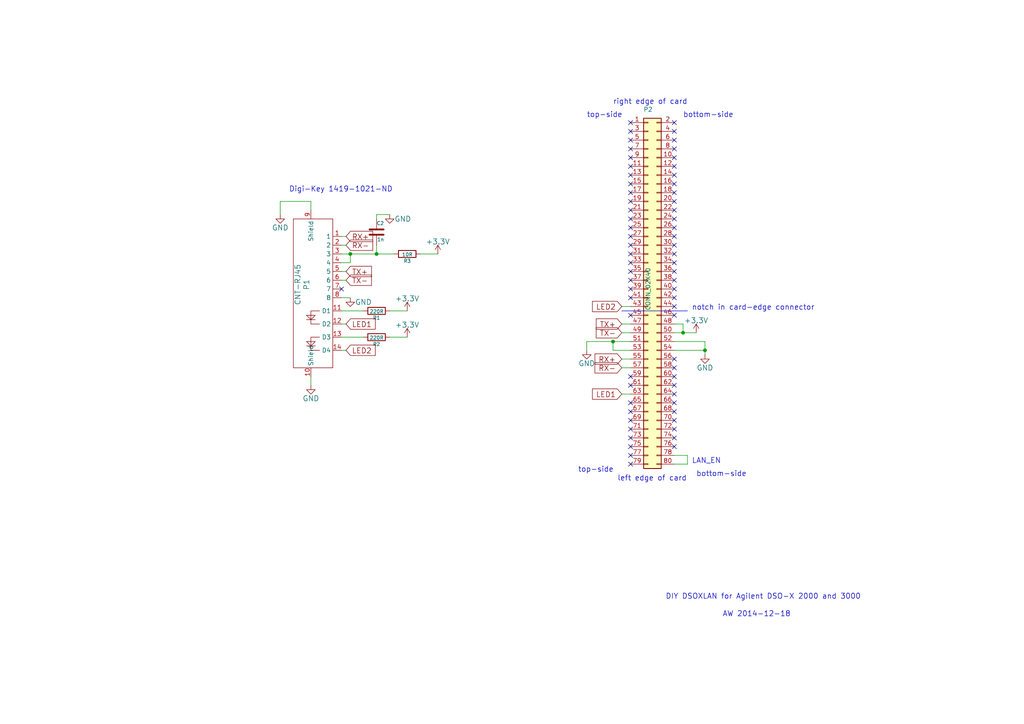
<source format=kicad_sch>
(kicad_sch (version 20230121) (generator eeschema)
  (paper "A4")
  (lib_symbols
    (symbol "Connector_Generic:Conn_02x40_Odd_Even" (pin_names (offset 1.016) hide)
      (property "Reference" "J" (at 1.27 50.8 0))
      (property "Value" "Conn_02x40_Odd_Even" (at 1.27 -53.34 0))
      (symbol "Conn_02x40_Odd_Even_1_1"
        (rectangle (start -1.27 -50.673) (end 0 -50.927) (stroke (width 0.1524)))
        (rectangle (start -1.27 -48.133) (end 0 -48.387) (stroke (width 0.1524)))
        (rectangle (start -1.27 -45.593) (end 0 -45.847) (stroke (width 0.1524)))
        (rectangle (start -1.27 -43.053) (end 0 -43.307) (stroke (width 0.1524)))
        (rectangle (start -1.27 -40.513) (end 0 -40.767) (stroke (width 0.1524)))
        (rectangle (start -1.27 -37.973) (end 0 -38.227) (stroke (width 0.1524)))
        (rectangle (start -1.27 -35.433) (end 0 -35.687) (stroke (width 0.1524)))
        (rectangle (start -1.27 -32.893) (end 0 -33.147) (stroke (width 0.1524)))
        (rectangle (start -1.27 -30.353) (end 0 -30.607) (stroke (width 0.1524)))
        (rectangle (start -1.27 -27.813) (end 0 -28.067) (stroke (width 0.1524)))
        (rectangle (start -1.27 -25.273) (end 0 -25.527) (stroke (width 0.1524)))
        (rectangle (start -1.27 -22.733) (end 0 -22.987) (stroke (width 0.1524)))
        (rectangle (start -1.27 -20.193) (end 0 -20.447) (stroke (width 0.1524)))
        (rectangle (start -1.27 -17.653) (end 0 -17.907) (stroke (width 0.1524)))
        (rectangle (start -1.27 -15.113) (end 0 -15.367) (stroke (width 0.1524)))
        (rectangle (start -1.27 -12.573) (end 0 -12.827) (stroke (width 0.1524)))
        (rectangle (start -1.27 -10.033) (end 0 -10.287) (stroke (width 0.1524)))
        (rectangle (start -1.27 -7.493) (end 0 -7.747) (stroke (width 0.1524)))
        (rectangle (start -1.27 -4.953) (end 0 -5.207) (stroke (width 0.1524)))
        (rectangle (start -1.27 -2.413) (end 0 -2.667) (stroke (width 0.1524)))
        (rectangle (start -1.27 0.127) (end 0 -0.127) (stroke (width 0.1524)))
        (rectangle (start -1.27 2.667) (end 0 2.413) (stroke (width 0.1524)))
        (rectangle (start -1.27 5.207) (end 0 4.953) (stroke (width 0.1524)))
        (rectangle (start -1.27 7.747) (end 0 7.493) (stroke (width 0.1524)))
        (rectangle (start -1.27 10.287) (end 0 10.033) (stroke (width 0.1524)))
        (rectangle (start -1.27 12.827) (end 0 12.573) (stroke (width 0.1524)))
        (rectangle (start -1.27 15.367) (end 0 15.113) (stroke (width 0.1524)))
        (rectangle (start -1.27 17.907) (end 0 17.653) (stroke (width 0.1524)))
        (rectangle (start -1.27 20.447) (end 0 20.193) (stroke (width 0.1524)))
        (rectangle (start -1.27 22.987) (end 0 22.733) (stroke (width 0.1524)))
        (rectangle (start -1.27 25.527) (end 0 25.273) (stroke (width 0.1524)))
        (rectangle (start -1.27 28.067) (end 0 27.813) (stroke (width 0.1524)))
        (rectangle (start -1.27 30.607) (end 0 30.353) (stroke (width 0.1524)))
        (rectangle (start -1.27 33.147) (end 0 32.893) (stroke (width 0.1524)))
        (rectangle (start -1.27 35.687) (end 0 35.433) (stroke (width 0.1524)))
        (rectangle (start -1.27 38.227) (end 0 37.973) (stroke (width 0.1524)))
        (rectangle (start -1.27 40.767) (end 0 40.513) (stroke (width 0.1524)))
        (rectangle (start -1.27 43.307) (end 0 43.053) (stroke (width 0.1524)))
        (rectangle (start -1.27 45.847) (end 0 45.593) (stroke (width 0.1524)))
        (rectangle (start -1.27 48.387) (end 0 48.133) (stroke (width 0.1524)))
        (rectangle (start -1.27 49.53) (end 3.81 -52.07) (stroke (width 0.254)) (fill (type background)))
        (rectangle (start 3.81 -50.673) (end 2.54 -50.927) (stroke (width 0.1524)))
        (rectangle (start 3.81 -48.133) (end 2.54 -48.387) (stroke (width 0.1524)))
        (rectangle (start 3.81 -45.593) (end 2.54 -45.847) (stroke (width 0.1524)))
        (rectangle (start 3.81 -43.053) (end 2.54 -43.307) (stroke (width 0.1524)))
        (rectangle (start 3.81 -40.513) (end 2.54 -40.767) (stroke (width 0.1524)))
        (rectangle (start 3.81 -37.973) (end 2.54 -38.227) (stroke (width 0.1524)))
        (rectangle (start 3.81 -35.433) (end 2.54 -35.687) (stroke (width 0.1524)))
        (rectangle (start 3.81 -32.893) (end 2.54 -33.147) (stroke (width 0.1524)))
        (rectangle (start 3.81 -30.353) (end 2.54 -30.607) (stroke (width 0.1524)))
        (rectangle (start 3.81 -27.813) (end 2.54 -28.067) (stroke (width 0.1524)))
        (rectangle (start 3.81 -25.273) (end 2.54 -25.527) (stroke (width 0.1524)))
        (rectangle (start 3.81 -22.733) (end 2.54 -22.987) (stroke (width 0.1524)))
        (rectangle (start 3.81 -20.193) (end 2.54 -20.447) (stroke (width 0.1524)))
        (rectangle (start 3.81 -17.653) (end 2.54 -17.907) (stroke (width 0.1524)))
        (rectangle (start 3.81 -15.113) (end 2.54 -15.367) (stroke (width 0.1524)))
        (rectangle (start 3.81 -12.573) (end 2.54 -12.827) (stroke (width 0.1524)))
        (rectangle (start 3.81 -10.033) (end 2.54 -10.287) (stroke (width 0.1524)))
        (rectangle (start 3.81 -7.493) (end 2.54 -7.747) (stroke (width 0.1524)))
        (rectangle (start 3.81 -4.953) (end 2.54 -5.207) (stroke (width 0.1524)))
        (rectangle (start 3.81 -2.413) (end 2.54 -2.667) (stroke (width 0.1524)))
        (rectangle (start 3.81 0.127) (end 2.54 -0.127) (stroke (width 0.1524)))
        (rectangle (start 3.81 2.667) (end 2.54 2.413) (stroke (width 0.1524)))
        (rectangle (start 3.81 5.207) (end 2.54 4.953) (stroke (width 0.1524)))
        (rectangle (start 3.81 7.747) (end 2.54 7.493) (stroke (width 0.1524)))
        (rectangle (start 3.81 10.287) (end 2.54 10.033) (stroke (width 0.1524)))
        (rectangle (start 3.81 12.827) (end 2.54 12.573) (stroke (width 0.1524)))
        (rectangle (start 3.81 15.367) (end 2.54 15.113) (stroke (width 0.1524)))
        (rectangle (start 3.81 17.907) (end 2.54 17.653) (stroke (width 0.1524)))
        (rectangle (start 3.81 20.447) (end 2.54 20.193) (stroke (width 0.1524)))
        (rectangle (start 3.81 22.987) (end 2.54 22.733) (stroke (width 0.1524)))
        (rectangle (start 3.81 25.527) (end 2.54 25.273) (stroke (width 0.1524)))
        (rectangle (start 3.81 28.067) (end 2.54 27.813) (stroke (width 0.1524)))
        (rectangle (start 3.81 30.607) (end 2.54 30.353) (stroke (width 0.1524)))
        (rectangle (start 3.81 33.147) (end 2.54 32.893) (stroke (width 0.1524)))
        (rectangle (start 3.81 35.687) (end 2.54 35.433) (stroke (width 0.1524)))
        (rectangle (start 3.81 38.227) (end 2.54 37.973) (stroke (width 0.1524)))
        (rectangle (start 3.81 40.767) (end 2.54 40.513) (stroke (width 0.1524)))
        (rectangle (start 3.81 43.307) (end 2.54 43.053) (stroke (width 0.1524)))
        (rectangle (start 3.81 45.847) (end 2.54 45.593) (stroke (width 0.1524)))
        (rectangle (start 3.81 48.387) (end 2.54 48.133) (stroke (width 0.1524)))
        (pin passive line (at -5.08 48.26 0) (length 3.81) (name "Pin_1") (number "1"))
        (pin passive line (at 7.62 38.1 180) (length 3.81) (name "Pin_10") (number "10"))
        (pin passive line (at -5.08 35.56 0) (length 3.81) (name "Pin_11") (number "11"))
        (pin passive line (at 7.62 35.56 180) (length 3.81) (name "Pin_12") (number "12"))
        (pin passive line (at -5.08 33.02 0) (length 3.81) (name "Pin_13") (number "13"))
        (pin passive line (at 7.62 33.02 180) (length 3.81) (name "Pin_14") (number "14"))
        (pin passive line (at -5.08 30.48 0) (length 3.81) (name "Pin_15") (number "15"))
        (pin passive line (at 7.62 30.48 180) (length 3.81) (name "Pin_16") (number "16"))
        (pin passive line (at -5.08 27.94 0) (length 3.81) (name "Pin_17") (number "17"))
        (pin passive line (at 7.62 27.94 180) (length 3.81) (name "Pin_18") (number "18"))
        (pin passive line (at -5.08 25.4 0) (length 3.81) (name "Pin_19") (number "19"))
        (pin passive line (at 7.62 48.26 180) (length 3.81) (name "Pin_2") (number "2"))
        (pin passive line (at 7.62 25.4 180) (length 3.81) (name "Pin_20") (number "20"))
        (pin passive line (at -5.08 22.86 0) (length 3.81) (name "Pin_21") (number "21"))
        (pin passive line (at 7.62 22.86 180) (length 3.81) (name "Pin_22") (number "22"))
        (pin passive line (at -5.08 20.32 0) (length 3.81) (name "Pin_23") (number "23"))
        (pin passive line (at 7.62 20.32 180) (length 3.81) (name "Pin_24") (number "24"))
        (pin passive line (at -5.08 17.78 0) (length 3.81) (name "Pin_25") (number "25"))
        (pin passive line (at 7.62 17.78 180) (length 3.81) (name "Pin_26") (number "26"))
        (pin passive line (at -5.08 15.24 0) (length 3.81) (name "Pin_27") (number "27"))
        (pin passive line (at 7.62 15.24 180) (length 3.81) (name "Pin_28") (number "28"))
        (pin passive line (at -5.08 12.7 0) (length 3.81) (name "Pin_29") (number "29"))
        (pin passive line (at -5.08 45.72 0) (length 3.81) (name "Pin_3") (number "3"))
        (pin passive line (at 7.62 12.7 180) (length 3.81) (name "Pin_30") (number "30"))
        (pin passive line (at -5.08 10.16 0) (length 3.81) (name "Pin_31") (number "31"))
        (pin passive line (at 7.62 10.16 180) (length 3.81) (name "Pin_32") (number "32"))
        (pin passive line (at -5.08 7.62 0) (length 3.81) (name "Pin_33") (number "33"))
        (pin passive line (at 7.62 7.62 180) (length 3.81) (name "Pin_34") (number "34"))
        (pin passive line (at -5.08 5.08 0) (length 3.81) (name "Pin_35") (number "35"))
        (pin passive line (at 7.62 5.08 180) (length 3.81) (name "Pin_36") (number "36"))
        (pin passive line (at -5.08 2.54 0) (length 3.81) (name "Pin_37") (number "37"))
        (pin passive line (at 7.62 2.54 180) (length 3.81) (name "Pin_38") (number "38"))
        (pin passive line (at -5.08 0 0) (length 3.81) (name "Pin_39") (number "39"))
        (pin passive line (at 7.62 45.72 180) (length 3.81) (name "Pin_4") (number "4"))
        (pin passive line (at 7.62 0 180) (length 3.81) (name "Pin_40") (number "40"))
        (pin passive line (at -5.08 -2.54 0) (length 3.81) (name "Pin_41") (number "41"))
        (pin passive line (at 7.62 -2.54 180) (length 3.81) (name "Pin_42") (number "42"))
        (pin passive line (at -5.08 -5.08 0) (length 3.81) (name "Pin_43") (number "43"))
        (pin passive line (at 7.62 -5.08 180) (length 3.81) (name "Pin_44") (number "44"))
        (pin passive line (at -5.08 -7.62 0) (length 3.81) (name "Pin_45") (number "45"))
        (pin passive line (at 7.62 -7.62 180) (length 3.81) (name "Pin_46") (number "46"))
        (pin passive line (at -5.08 -10.16 0) (length 3.81) (name "Pin_47") (number "47"))
        (pin passive line (at 7.62 -10.16 180) (length 3.81) (name "Pin_48") (number "48"))
        (pin passive line (at -5.08 -12.7 0) (length 3.81) (name "Pin_49") (number "49"))
        (pin passive line (at -5.08 43.18 0) (length 3.81) (name "Pin_5") (number "5"))
        (pin passive line (at 7.62 -12.7 180) (length 3.81) (name "Pin_50") (number "50"))
        (pin passive line (at -5.08 -15.24 0) (length 3.81) (name "Pin_51") (number "51"))
        (pin passive line (at 7.62 -15.24 180) (length 3.81) (name "Pin_52") (number "52"))
        (pin passive line (at -5.08 -17.78 0) (length 3.81) (name "Pin_53") (number "53"))
        (pin passive line (at 7.62 -17.78 180) (length 3.81) (name "Pin_54") (number "54"))
        (pin passive line (at -5.08 -20.32 0) (length 3.81) (name "Pin_55") (number "55"))
        (pin passive line (at 7.62 -20.32 180) (length 3.81) (name "Pin_56") (number "56"))
        (pin passive line (at -5.08 -22.86 0) (length 3.81) (name "Pin_57") (number "57"))
        (pin passive line (at 7.62 -22.86 180) (length 3.81) (name "Pin_58") (number "58"))
        (pin passive line (at -5.08 -25.4 0) (length 3.81) (name "Pin_59") (number "59"))
        (pin passive line (at 7.62 43.18 180) (length 3.81) (name "Pin_6") (number "6"))
        (pin passive line (at 7.62 -25.4 180) (length 3.81) (name "Pin_60") (number "60"))
        (pin passive line (at -5.08 -27.94 0) (length 3.81) (name "Pin_61") (number "61"))
        (pin passive line (at 7.62 -27.94 180) (length 3.81) (name "Pin_62") (number "62"))
        (pin passive line (at -5.08 -30.48 0) (length 3.81) (name "Pin_63") (number "63"))
        (pin passive line (at 7.62 -30.48 180) (length 3.81) (name "Pin_64") (number "64"))
        (pin passive line (at -5.08 -33.02 0) (length 3.81) (name "Pin_65") (number "65"))
        (pin passive line (at 7.62 -33.02 180) (length 3.81) (name "Pin_66") (number "66"))
        (pin passive line (at -5.08 -35.56 0) (length 3.81) (name "Pin_67") (number "67"))
        (pin passive line (at 7.62 -35.56 180) (length 3.81) (name "Pin_68") (number "68"))
        (pin passive line (at -5.08 -38.1 0) (length 3.81) (name "Pin_69") (number "69"))
        (pin passive line (at -5.08 40.64 0) (length 3.81) (name "Pin_7") (number "7"))
        (pin passive line (at 7.62 -38.1 180) (length 3.81) (name "Pin_70") (number "70"))
        (pin passive line (at -5.08 -40.64 0) (length 3.81) (name "Pin_71") (number "71"))
        (pin passive line (at 7.62 -40.64 180) (length 3.81) (name "Pin_72") (number "72"))
        (pin passive line (at -5.08 -43.18 0) (length 3.81) (name "Pin_73") (number "73"))
        (pin passive line (at 7.62 -43.18 180) (length 3.81) (name "Pin_74") (number "74"))
        (pin passive line (at -5.08 -45.72 0) (length 3.81) (name "Pin_75") (number "75"))
        (pin passive line (at 7.62 -45.72 180) (length 3.81) (name "Pin_76") (number "76"))
        (pin passive line (at -5.08 -48.26 0) (length 3.81) (name "Pin_77") (number "77"))
        (pin passive line (at 7.62 -48.26 180) (length 3.81) (name "Pin_78") (number "78"))
        (pin passive line (at -5.08 -50.8 0) (length 3.81) (name "Pin_79") (number "79"))
        (pin passive line (at 7.62 40.64 180) (length 3.81) (name "Pin_8") (number "8"))
        (pin passive line (at 7.62 -50.8 180) (length 3.81) (name "Pin_80") (number "80"))
        (pin passive line (at -5.08 38.1 0) (length 3.81) (name "Pin_9") (number "9"))
      )
    )
    (symbol "Device:C" (pin_numbers hide) (pin_names (offset 0.254))
      (property "Reference" "C" (at 0.635 2.54 0))
      (property "Value" "C" (at 0.635 -2.54 0))
      (symbol "C_0_1"
        (polyline (pts (xy -2.032 -0.762) (xy 2.032 -0.762)) (stroke (width 0.508)))
        (polyline (pts (xy -2.032 0.762) (xy 2.032 0.762)) (stroke (width 0.508)))
      )
      (symbol "C_1_1"
        (pin passive line (at 0 3.81 270) (length 2.794) (name "~") (number "1"))
        (pin passive line (at 0 -3.81 90) (length 2.794) (name "~") (number "2"))
      )
    )
    (symbol "Device:R" (pin_numbers hide) (pin_names (offset 0))
      (property "Reference" "R" (at 2.032 0 90))
      (property "Value" "R" (at 0 0 90))
      (symbol "R_0_1"
        (rectangle (start -1.016 -2.54) (end 1.016 2.54) (stroke (width 0.254)))
      )
      (symbol "R_1_1"
        (pin passive line (at 0 3.81 270) (length 1.27) (name "~") (number "1"))
        (pin passive line (at 0 -3.81 90) (length 1.27) (name "~") (number "2"))
      )
    )
    (symbol "dsoxlan:CNT-RJ45"
      (property "Reference" "P?" (at 3.81 21.59 0))
      (symbol "CNT-RJ45_0_1"
        (rectangle (start -5.08 20.32) (end 6.35 -22.86))
        (polyline (pts (xy -1.27 -16.51) (xy 1.27 -16.51)))
        (polyline (pts (xy -1.27 -8.89) (xy 1.27 -8.89)))
        (polyline (pts (xy -1.27 -15.24) (xy 1.27 -15.24) (xy 0 -16.51) (xy -1.27 -15.24)))
        (polyline (pts (xy -1.27 -7.62) (xy 1.27 -7.62) (xy 0 -8.89) (xy -1.27 -7.62)))
        (polyline (pts (xy 2.54 -13.97) (xy 0 -13.97) (xy 0 -17.78) (xy 2.54 -17.78)))
        (polyline (pts (xy 2.54 -6.35) (xy 0 -6.35) (xy 0 -10.16) (xy 2.54 -10.16)))
      )
      (symbol "CNT-RJ45_1_1"
        (pin passive line (at 8.89 15.24 180) (length 2.54) (name "1") (number "1"))
        (pin passive line (at 0 -25.4 90) (length 2.54) (name "Shield") (number "10"))
        (pin passive line (at 8.89 -6.35 180) (length 2.54) (name "D1") (number "11"))
        (pin passive line (at 8.89 -10.16 180) (length 2.54) (name "D2") (number "12"))
        (pin passive line (at 8.89 -13.97 180) (length 2.54) (name "D3") (number "13"))
        (pin passive line (at 8.89 -17.78 180) (length 2.54) (name "D4") (number "14"))
        (pin passive line (at 8.89 12.7 180) (length 2.54) (name "2") (number "2"))
        (pin passive line (at 8.89 10.16 180) (length 2.54) (name "3") (number "3"))
        (pin passive line (at 8.89 7.62 180) (length 2.54) (name "4") (number "4"))
        (pin passive line (at 8.89 5.08 180) (length 2.54) (name "5") (number "5"))
        (pin passive line (at 8.89 2.54 180) (length 2.54) (name "6") (number "6"))
        (pin passive line (at 8.89 0 180) (length 2.54) (name "7") (number "7"))
        (pin passive line (at 8.89 -2.54 180) (length 2.54) (name "8") (number "8"))
        (pin passive line (at 0 22.86 270) (length 2.54) (name "Shield") (number "9"))
      )
    )
    (symbol "power:+3.3V" (power) (pin_names (offset 0))
      (property "Value" "+3.3V" (at 0 3.556 0))
      (symbol "+3.3V_0_1"
        (polyline (pts (xy -0.762 1.27) (xy 0 2.54)))
        (polyline (pts (xy 0 0) (xy 0 2.54)))
        (polyline (pts (xy 0 2.54) (xy 0.762 1.27)))
      )
      (symbol "+3.3V_1_1"
        (pin power_in line (at 0 0 90) (length 0) hide (name "+3.3V") (number "1"))
      )
    )
    (symbol "power:GND" (power) (pin_names (offset 0))
      (property "Value" "GND" (at 0 -3.81 0))
      (symbol "GND_0_1"
        (polyline (pts (xy 0 0) (xy 0 -1.27) (xy 1.27 -1.27) (xy 0 -2.54) (xy -1.27 -1.27) (xy 0 -1.27)))
      )
      (symbol "GND_1_1"
        (pin power_in line (at 0 0 270) (length 0) hide (name "GND") (number "1"))
      )
    )
  )
  (junction (at 204.47 101.6))
  (junction (at 177.8 99.06))
  (junction (at 101.6 73.66))
  (junction (at 109.22 73.66))
  (junction (at 198.12 96.52))
  (no_connect (at 195.58 68.58))
  (no_connect (at 195.58 55.88))
  (no_connect (at 182.88 55.88))
  (no_connect (at 182.88 132.08))
  (no_connect (at 195.58 114.3))
  (no_connect (at 99.06 83.82))
  (no_connect (at 195.58 48.26))
  (no_connect (at 195.58 45.72))
  (no_connect (at 182.88 134.62))
  (no_connect (at 195.58 83.82))
  (no_connect (at 182.88 48.26))
  (no_connect (at 182.88 73.66))
  (no_connect (at 182.88 35.56))
  (no_connect (at 182.88 81.28))
  (no_connect (at 182.88 45.72))
  (no_connect (at 182.88 119.38))
  (no_connect (at 195.58 43.18))
  (no_connect (at 195.58 76.2))
  (no_connect (at 182.88 71.12))
  (no_connect (at 182.88 76.2))
  (no_connect (at 195.58 109.22))
  (no_connect (at 195.58 40.64))
  (no_connect (at 182.88 86.36))
  (no_connect (at 195.58 60.96))
  (no_connect (at 195.58 71.12))
  (no_connect (at 195.58 58.42))
  (no_connect (at 182.88 129.54))
  (no_connect (at 195.58 35.56))
  (no_connect (at 195.58 104.14))
  (no_connect (at 182.88 43.18))
  (no_connect (at 182.88 124.46))
  (no_connect (at 195.58 127))
  (no_connect (at 195.58 106.68))
  (no_connect (at 195.58 124.46))
  (no_connect (at 195.58 91.44))
  (no_connect (at 182.88 116.84))
  (no_connect (at 195.58 81.28))
  (no_connect (at 195.58 86.36))
  (no_connect (at 182.88 58.42))
  (no_connect (at 195.58 121.92))
  (no_connect (at 182.88 63.5))
  (no_connect (at 182.88 60.96))
  (no_connect (at 182.88 109.22))
  (no_connect (at 182.88 66.04))
  (no_connect (at 182.88 121.92))
  (no_connect (at 195.58 66.04))
  (no_connect (at 195.58 116.84))
  (no_connect (at 182.88 40.64))
  (no_connect (at 182.88 111.76))
  (no_connect (at 195.58 129.54))
  (no_connect (at 182.88 50.8))
  (no_connect (at 195.58 50.8))
  (no_connect (at 195.58 63.5))
  (no_connect (at 195.58 38.1))
  (no_connect (at 195.58 88.9))
  (no_connect (at 182.88 91.44))
  (no_connect (at 195.58 78.74))
  (no_connect (at 182.88 127))
  (no_connect (at 195.58 119.38))
  (no_connect (at 182.88 83.82))
  (no_connect (at 182.88 78.74))
  (no_connect (at 182.88 38.1))
  (no_connect (at 195.58 53.34))
  (no_connect (at 182.88 53.34))
  (no_connect (at 195.58 111.76))
  (no_connect (at 195.58 73.66))
  (no_connect (at 182.88 68.58))
  (wire (pts (xy 195.58 99.06) (xy 204.47 99.06)))
  (wire (pts (xy 100.33 93.98) (xy 99.06 93.98)))
  (wire (pts (xy 100.33 81.28) (xy 99.06 81.28)))
  (wire (pts (xy 109.22 62.23) (xy 109.22 63.5)))
  (wire (pts (xy 182.88 96.52) (xy 180.34 96.52)))
  (wire (pts (xy 121.92 73.66) (xy 127 73.66)))
  (wire (pts (xy 199.39 132.08) (xy 199.39 134.62)))
  (wire (pts (xy 109.22 73.66) (xy 114.3 73.66)))
  (wire (pts (xy 180.34 106.68) (xy 182.88 106.68)))
  (wire (pts (xy 182.88 114.3) (xy 180.34 114.3)))
  (wire (pts (xy 170.18 99.06) (xy 177.8 99.06)))
  (wire (pts (xy 99.06 73.66) (xy 101.6 73.66)))
  (wire (pts (xy 195.58 93.98) (xy 198.12 93.98)))
  (wire (pts (xy 195.58 101.6) (xy 204.47 101.6)))
  (wire (pts (xy 90.17 111.76) (xy 90.17 109.22)))
  (wire (pts (xy 201.93 96.52) (xy 198.12 96.52)))
  (wire (pts (xy 81.28 62.23) (xy 81.28 58.42)))
  (wire (pts (xy 204.47 101.6) (xy 204.47 102.87)))
  (wire (pts (xy 204.47 99.06) (xy 204.47 101.6)))
  (wire (pts (xy 101.6 73.66) (xy 101.6 76.2)))
  (wire (pts (xy 198.12 93.98) (xy 198.12 96.52)))
  (wire (pts (xy 101.6 86.36) (xy 99.06 86.36)))
  (wire (pts (xy 100.33 71.12) (xy 99.06 71.12)))
  (wire (pts (xy 195.58 132.08) (xy 199.39 132.08)))
  (wire (pts (xy 101.6 73.66) (xy 109.22 73.66)))
  (wire (pts (xy 81.28 58.42) (xy 90.17 58.42)))
  (wire (pts (xy 199.39 134.62) (xy 195.58 134.62)))
  (wire (pts (xy 109.22 62.23) (xy 113.03 62.23)))
  (wire (pts (xy 100.33 101.6) (xy 99.06 101.6)))
  (wire (pts (xy 101.6 76.2) (xy 99.06 76.2)))
  (wire (pts (xy 113.03 90.17) (xy 118.11 90.17)))
  (wire (pts (xy 177.8 99.06) (xy 182.88 99.06)))
  (wire (pts (xy 100.33 68.58) (xy 99.06 68.58)))
  (wire (pts (xy 198.12 96.52) (xy 195.58 96.52)))
  (wire (pts (xy 99.06 90.17) (xy 105.41 90.17)))
  (polyline (pts (xy 180.34 90.17) (xy 199.39 90.17)))
  (wire (pts (xy 99.06 97.79) (xy 105.41 97.79)))
  (wire (pts (xy 90.17 58.42) (xy 90.17 60.96)))
  (wire (pts (xy 100.33 78.74) (xy 99.06 78.74)))
  (wire (pts (xy 109.22 71.12) (xy 109.22 73.66)))
  (wire (pts (xy 182.88 88.9) (xy 180.34 88.9)))
  (wire (pts (xy 182.88 93.98) (xy 180.34 93.98)))
  (wire (pts (xy 170.18 99.06) (xy 170.18 101.6)))
  (wire (pts (xy 113.03 97.79) (xy 118.11 97.79)))
  (wire (pts (xy 177.8 101.6) (xy 177.8 99.06)))
  (wire (pts (xy 182.88 101.6) (xy 177.8 101.6)))
  (wire (pts (xy 180.34 104.14) (xy 182.88 104.14)))
  (text "bottom-side" (at 201.93 138.43 0) (effects (font (size 1.524 1.524)) (justify left bottom)))
  (text "Digi-Key 1419-1021-ND" (at 83.82 55.88 0) (effects (font (size 1.524 1.524)) (justify left bottom)))
  (text "top-side" (at 170.18 34.29 0) (effects (font (size 1.524 1.524)) (justify left bottom)))
  (text "left edge of card" (at 179.07 139.7 0) (effects (font (size 1.524 1.524)) (justify left bottom)))
  (text "DIY DSOXLAN for Agilent DSO-X 2000 and 3000" (at 193.04 173.99 0) (effects (font (size 1.524 1.524)) (justify left bottom)))
  (text "AW 2014-12-18" (at 209.55 179.07 0) (effects (font (size 1.524 1.524)) (justify left bottom)))
  (text "right edge of card" (at 177.8 30.48 0) (effects (font (size 1.524 1.524)) (justify left bottom)))
  (text "top-side" (at 167.64 137.16 0) (effects (font (size 1.524 1.524)) (justify left bottom)))
  (text "bottom-side" (at 198.12 34.29 0) (effects (font (size 1.524 1.524)) (justify left bottom)))
  (text "notch in card-edge connector" (at 200.66 90.17 0) (effects (font (size 1.524 1.524)) (justify left bottom)))
  (text "LAN_EN" (at 200.66 134.62 0) (effects (font (size 1.524 1.524)) (justify left bottom)))
  (global_label "TX-" (shape input) (at 100.33 81.28 0) (effects (font (size 1.524 1.524))) (property "Intersheetrefs" "${INTERSHEET_REFS}" (effects hide)))
  (global_label "LED2" (shape input) (at 180.34 88.9 180) (effects (font (size 1.524 1.524))) (property "Intersheetrefs" "${INTERSHEET_REFS}" (effects hide)))
  (global_label "RX+" (shape input) (at 180.34 104.14 180) (effects (font (size 1.524 1.524))) (property "Intersheetrefs" "${INTERSHEET_REFS}" (effects hide)))
  (global_label "TX-" (shape input) (at 180.34 96.52 180) (effects (font (size 1.524 1.524))) (property "Intersheetrefs" "${INTERSHEET_REFS}" (effects hide)))
  (global_label "RX-" (shape input) (at 180.34 106.68 180) (effects (font (size 1.524 1.524))) (property "Intersheetrefs" "${INTERSHEET_REFS}" (effects hide)))
  (global_label "RX+" (shape input) (at 100.33 68.58 0) (effects (font (size 1.524 1.524))) (property "Intersheetrefs" "${INTERSHEET_REFS}" (effects hide)))
  (global_label "LED1" (shape input) (at 180.34 114.3 180) (effects (font (size 1.524 1.524))) (property "Intersheetrefs" "${INTERSHEET_REFS}" (effects hide)))
  (global_label "TX+" (shape input) (at 100.33 78.74 0) (effects (font (size 1.524 1.524))) (property "Intersheetrefs" "${INTERSHEET_REFS}" (effects hide)))
  (global_label "RX-" (shape input) (at 100.33 71.12 0) (effects (font (size 1.524 1.524))) (property "Intersheetrefs" "${INTERSHEET_REFS}" (effects hide)))
  (global_label "LED1" (shape input) (at 100.33 93.98 0) (effects (font (size 1.524 1.524))) (property "Intersheetrefs" "${INTERSHEET_REFS}" (effects hide)))
  (global_label "TX+" (shape input) (at 180.34 93.98 180) (effects (font (size 1.524 1.524))) (property "Intersheetrefs" "${INTERSHEET_REFS}" (effects hide)))
  (global_label "LED2" (shape input) (at 100.33 101.6 0) (effects (font (size 1.524 1.524))) (property "Intersheetrefs" "${INTERSHEET_REFS}" (effects hide)))
  (symbol (lib_id "dsoxlan:CNT-RJ45") (at 90.17 83.82 0) (unit 1)
    (property "Reference" "P1" (at 88.9 82.55 90) (effects (font (size 1.524 1.524))))
    (property "Value" "CNT-RJ45" (at 86.36 82.55 90) (effects (font (size 1.524 1.524))))
    (property "Footprint" "DSOXLAN:ETH-MAGJACK" (effects hide))
  )
  (symbol (lib_id "power:GND") (at 90.17 111.76 0) (unit 1)
    (property "Reference" "#PWR01" (effects hide))
    (property "Value" "GND" (at 90.17 115.57 0) (effects (font (size 1.524 1.524))))
  )
  (symbol (lib_id "Device:R") (at 109.22 97.79 270) (unit 1)
    (property "Reference" "R2" (at 109.22 99.822 90) (effects (font (size 1.016 1.016))))
    (property "Value" "220R" (at 109.2454 97.9678 90) (effects (font (size 1.016 1.016))))
    (property "Footprint" "Resistors_SMD:R_0805_HandSoldering" (effects hide))
  )
  (symbol (lib_id "Device:R") (at 109.22 90.17 270) (unit 1)
    (property "Reference" "R1" (at 109.22 92.202 90) (effects (font (size 1.016 1.016))))
    (property "Value" "220R" (at 109.2454 90.3478 90) (effects (font (size 1.016 1.016))))
    (property "Footprint" "Resistors_SMD:R_0805_HandSoldering" (effects hide))
  )
  (symbol (lib_id "power:+3.3V") (at 118.11 90.17 0) (unit 1)
    (property "Reference" "#PWR02" (effects hide))
    (property "Value" "+3V3" (at 118.11 86.614 0) (effects (font (size 1.524 1.524))))
  )
  (symbol (lib_id "power:+3.3V") (at 118.11 97.79 0) (unit 1)
    (property "Reference" "#PWR03" (effects hide))
    (property "Value" "+3V3" (at 118.11 94.234 0) (effects (font (size 1.524 1.524))))
  )
  (symbol (lib_id "power:GND") (at 101.6 86.36 0) (unit 1)
    (property "Reference" "#PWR04" (effects hide))
    (property "Value" "GND" (at 105.41 87.63 0) (effects (font (size 1.524 1.524))))
  )
  (symbol (lib_id "Device:C") (at 109.22 67.31 0) (unit 1)
    (property "Reference" "C2" (at 109.22 64.77 0) (effects (font (size 1.016 1.016)) (justify left)))
    (property "Value" "1n" (at 109.3724 69.469 0) (effects (font (size 1.016 1.016)) (justify left)))
    (property "Footprint" "Capacitors_SMD:C_0805_HandSoldering" (effects hide))
  )
  (symbol (lib_id "power:GND") (at 113.03 62.23 0) (unit 1)
    (property "Reference" "#PWR05" (effects hide))
    (property "Value" "GND" (at 116.84 63.5 0) (effects (font (size 1.524 1.524))))
  )
  (symbol (lib_id "Device:R") (at 118.11 73.66 270) (unit 1)
    (property "Reference" "R3" (at 118.11 75.692 90) (effects (font (size 1.016 1.016))))
    (property "Value" "10R" (at 118.1354 73.8378 90) (effects (font (size 1.016 1.016))))
    (property "Footprint" "Resistors_SMD:R_0805_HandSoldering" (effects hide))
  )
  (symbol (lib_id "power:+3.3V") (at 127 73.66 0) (unit 1)
    (property "Reference" "#PWR06" (effects hide))
    (property "Value" "+3V3" (at 127 70.104 0) (effects (font (size 1.524 1.524))))
  )
  (symbol (lib_id "Connector_Generic:Conn_02x40_Odd_Even") (at 187.96 83.82 0) (unit 1)
    (property "Reference" "P2" (at 187.96 31.75 0))
    (property "Value" "CONN_02X40" (at 187.96 83.82 90))
    (property "Footprint" "DSOXLAN:cardedge_40x2" (effects hide))
  )
  (symbol (lib_id "power:GND") (at 170.18 101.6 0) (unit 1)
    (property "Reference" "#PWR07" (effects hide))
    (property "Value" "GND" (at 170.18 105.41 0) (effects (font (size 1.524 1.524))))
  )
  (symbol (lib_id "power:GND") (at 204.47 102.87 0) (unit 1)
    (property "Reference" "#PWR08" (effects hide))
    (property "Value" "GND" (at 204.47 106.68 0) (effects (font (size 1.524 1.524))))
  )
  (symbol (lib_id "power:+3.3V") (at 201.93 96.52 0) (unit 1)
    (property "Reference" "#PWR09" (effects hide))
    (property "Value" "+3V3" (at 201.93 92.964 0) (effects (font (size 1.524 1.524))))
  )
  (symbol (lib_id "power:GND") (at 81.28 62.23 0) (unit 1)
    (property "Reference" "#PWR010" (effects hide))
    (property "Value" "GND" (at 81.28 66.04 0) (effects (font (size 1.524 1.524))))
  )
)
</source>
